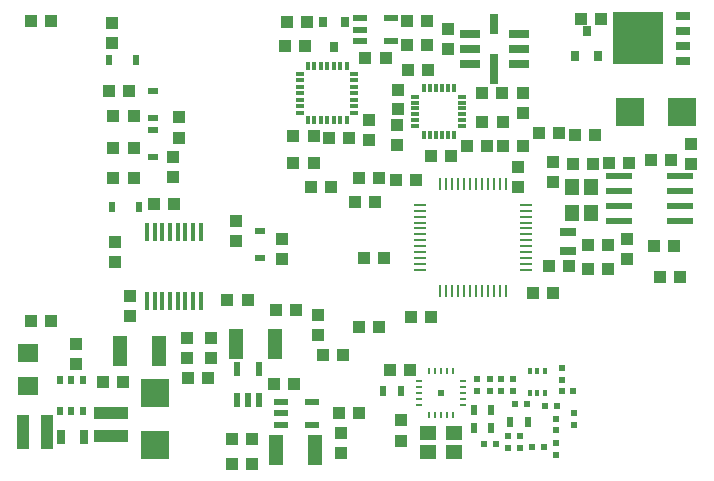
<source format=gbr>
G04 This is an RS-274x file exported by *
G04 gerbv version 2.4.0 *
G04 More information is available about gerbv at *
G04 http://gerbv.gpleda.org/ *
G04 --End of header info--*
%MOIN*%
%FSLAX23Y23*%
%IPPOS*%
G04 --Define apertures--*
%ADD10C,0.0000*%
%ADD11R,0.0394X0.0433*%
%ADD12R,0.0433X0.0394*%
%ADD13R,0.0197X0.0197*%
%ADD14R,0.0190X0.0080*%
%ADD15R,0.0080X0.0190*%
%ADD16R,0.0236X0.0354*%
%ADD17R,0.0236X0.0197*%
%ADD18R,0.0197X0.0236*%
%ADD19R,0.0394X0.1181*%
%ADD20R,0.1181X0.0394*%
%ADD21R,0.0201X0.0315*%
%ADD22R,0.0945X0.0945*%
%ADD23R,0.0394X0.0079*%
%ADD24R,0.0079X0.0394*%
%ADD25R,0.0472X0.0217*%
%ADD26R,0.0217X0.0472*%
%ADD27R,0.0472X0.0984*%
%ADD28R,0.0571X0.0315*%
%ADD29R,0.0327X0.0248*%
%ADD30R,0.0157X0.0630*%
%ADD31R,0.0248X0.0327*%
%ADD32R,0.0870X0.0240*%
%ADD33R,0.0118X0.0236*%
%ADD34R,0.0551X0.0472*%
%ADD35R,0.0709X0.0630*%
%ADD36R,0.0472X0.0551*%
%ADD37R,0.0315X0.0354*%
%ADD38R,0.0657X0.0315*%
%ADD39R,0.0315X0.0984*%
%ADD40R,0.0315X0.0657*%
%ADD41R,0.0315X0.0118*%
%ADD42R,0.0118X0.0315*%
%ADD43R,0.0276X0.0138*%
%ADD44R,0.0138X0.0276*%
%ADD45R,0.1654X0.1772*%
%ADD46R,0.0512X0.0276*%
%ADD47R,0.0276X0.0512*%
G04 --Start main section--*
G54D11*
G01X02335Y00759D03*
G01X02335Y00826D03*
G01X02086Y01017D03*
G01X02086Y01084D03*
G01X01972Y01067D03*
G01X01972Y01000D03*
G01X01986Y01248D03*
G01X01986Y01315D03*
G01X01736Y01460D03*
G01X01736Y01527D03*
G01X01569Y01325D03*
G01X01569Y01259D03*
G01X01567Y01207D03*
G01X01567Y01140D03*
G01X01474Y01157D03*
G01X01474Y01224D03*
G01X01185Y00826D03*
G01X01185Y00760D03*
G01X01029Y00819D03*
G01X01029Y00886D03*
G01X00819Y01033D03*
G01X00819Y01100D03*
G01X00842Y01165D03*
G01X00842Y01232D03*
G01X00616Y01480D03*
G01X00616Y01547D03*
G01X00628Y00817D03*
G01X00628Y00750D03*
G01X00677Y00636D03*
G01X00677Y00569D03*
G01X00496Y00476D03*
G01X00496Y00409D03*
G01X00866Y00431D03*
G01X00866Y00498D03*
G01X00947Y00498D03*
G01X00947Y00431D03*
G01X01303Y00507D03*
G01X01303Y00575D03*
G01X01582Y00222D03*
G01X01582Y00155D03*
G01X01380Y00179D03*
G01X01380Y00112D03*
G01X02547Y01076D03*
G01X02547Y01143D03*
G54D12*
G01X02481Y01090D03*
G01X02414Y01090D03*
G01X02340Y01080D03*
G01X02273Y01080D03*
G01X02222Y01078D03*
G01X02155Y01078D03*
G01X02161Y01173D03*
G01X02106Y01181D03*
G01X02039Y01181D03*
G01X01986Y01136D03*
G01X01919Y01136D03*
G01X01866Y01136D03*
G01X01799Y01136D03*
G01X01748Y01104D03*
G01X01681Y01104D03*
G01X01630Y01023D03*
G01X01563Y01023D03*
G01X01506Y01031D03*
G01X01439Y01031D03*
G01X01348Y01000D03*
G01X01281Y01000D03*
G01X01289Y01080D03*
G01X01222Y01080D03*
G01X01222Y01169D03*
G01X01289Y01169D03*
G01X01341Y01165D03*
G01X01408Y01165D03*
G01X01427Y00950D03*
G01X01494Y00950D03*
G01X01523Y00762D03*
G01X01457Y00762D03*
G01X01614Y00567D03*
G01X01681Y00567D03*
G01X01506Y00533D03*
G01X01439Y00533D03*
G01X01386Y00441D03*
G01X01319Y00441D03*
G01X01224Y00344D03*
G01X01157Y00344D03*
G01X01084Y00159D03*
G01X01018Y00159D03*
G01X01018Y00078D03*
G01X01084Y00078D03*
G01X01374Y00246D03*
G01X01441Y00246D03*
G01X01543Y00391D03*
G01X01610Y00391D03*
G01X01230Y00590D03*
G01X01163Y00590D03*
G01X01069Y00624D03*
G01X01002Y00624D03*
G01X00937Y00364D03*
G01X00870Y00364D03*
G01X00653Y00350D03*
G01X00586Y00350D03*
G01X00413Y00555D03*
G01X00346Y00555D03*
G01X00758Y00943D03*
G01X00825Y00943D03*
G01X00689Y01031D03*
G01X00622Y01031D03*
G01X00622Y01130D03*
G01X00689Y01130D03*
G01X00689Y01238D03*
G01X00622Y01238D03*
G01X00608Y01321D03*
G01X00675Y01321D03*
G01X00415Y01555D03*
G01X00348Y01555D03*
G01X01195Y01470D03*
G01X01262Y01470D03*
G01X01268Y01551D03*
G01X01201Y01551D03*
G01X01462Y01429D03*
G01X01529Y01429D03*
G01X01600Y01472D03*
G01X01667Y01472D03*
G01X01667Y01553D03*
G01X01600Y01553D03*
G01X01604Y01391D03*
G01X01671Y01391D03*
G01X01850Y01313D03*
G01X01917Y01313D03*
G01X01919Y01218D03*
G01X01852Y01218D03*
G01X02228Y01173D03*
G01X02203Y00807D03*
G01X02269Y00807D03*
G01X02269Y00726D03*
G01X02203Y00726D03*
G01X02140Y00738D03*
G01X02073Y00738D03*
G01X02088Y00647D03*
G01X02021Y00647D03*
G01X02443Y00700D03*
G01X02510Y00700D03*
G01X02492Y00803D03*
G01X02425Y00803D03*
G01X02246Y01561D03*
G01X02179Y01561D03*
G54D13*
G01X01714Y00313D03*
G54D14*
G01X01787Y00313D03*
G01X01787Y00293D03*
G01X01787Y00273D03*
G01X01787Y00332D03*
G01X01787Y00352D03*
G01X01641Y00352D03*
G01X01641Y00332D03*
G01X01641Y00313D03*
G01X01641Y00293D03*
G01X01641Y00273D03*
G54D15*
G01X01675Y00240D03*
G01X01695Y00240D03*
G01X01714Y00240D03*
G01X01734Y00240D03*
G01X01754Y00240D03*
G01X01754Y00386D03*
G01X01734Y00386D03*
G01X01714Y00386D03*
G01X01695Y00386D03*
G01X01675Y00386D03*
G54D16*
G01X01581Y00321D03*
G01X01521Y00321D03*
G01X01823Y00258D03*
G01X01882Y00258D03*
G01X01945Y00218D03*
G01X02004Y00218D03*
G01X01882Y00197D03*
G01X01823Y00197D03*
G54D17*
G01X01937Y00169D03*
G01X01937Y00130D03*
G01X01978Y00130D03*
G01X01978Y00169D03*
G01X02096Y00189D03*
G01X02096Y00228D03*
G01X02157Y00208D03*
G01X02157Y00248D03*
G01X02118Y00358D03*
G01X02118Y00397D03*
G01X01876Y00360D03*
G01X01876Y00321D03*
G01X01834Y00321D03*
G01X01834Y00360D03*
G01X02096Y00147D03*
G01X02096Y00108D03*
G54D18*
G01X02057Y00134D03*
G01X02018Y00134D03*
G01X01897Y00143D03*
G01X01858Y00143D03*
G01X01962Y00277D03*
G01X02002Y00277D03*
G01X02061Y00269D03*
G01X02100Y00269D03*
G01X02116Y00319D03*
G01X02155Y00319D03*
G01X01955Y00319D03*
G01X01915Y00319D03*
G01X01915Y00360D03*
G01X01955Y00360D03*
G54D19*
G01X00399Y00183D03*
G01X00321Y00183D03*
G54D20*
G01X00614Y00169D03*
G01X00614Y00248D03*
G54D21*
G01X00520Y00254D03*
G01X00482Y00254D03*
G01X00445Y00254D03*
G01X00445Y00356D03*
G01X00482Y00356D03*
G01X00520Y00356D03*
G54D22*
G01X00760Y00315D03*
G01X00760Y00141D03*
G01X02344Y01250D03*
G01X02518Y01250D03*
G54D23*
G01X01998Y00941D03*
G01X01998Y00921D03*
G01X01998Y00901D03*
G01X01998Y00881D03*
G01X01998Y00862D03*
G01X01998Y00842D03*
G01X01998Y00822D03*
G01X01998Y00803D03*
G01X01998Y00783D03*
G01X01998Y00763D03*
G01X01998Y00744D03*
G01X01998Y00724D03*
G01X01643Y00724D03*
G01X01643Y00744D03*
G01X01643Y00763D03*
G01X01643Y00783D03*
G01X01643Y00803D03*
G01X01643Y00822D03*
G01X01643Y00842D03*
G01X01643Y00862D03*
G01X01643Y00881D03*
G01X01643Y00901D03*
G01X01643Y00921D03*
G01X01643Y00941D03*
G54D24*
G01X01712Y01009D03*
G01X01732Y01009D03*
G01X01752Y01009D03*
G01X01771Y01009D03*
G01X01791Y01009D03*
G01X01811Y01009D03*
G01X01830Y01009D03*
G01X01850Y01009D03*
G01X01870Y01009D03*
G01X01889Y01009D03*
G01X01909Y01009D03*
G01X01929Y01009D03*
G01X01929Y00655D03*
G01X01909Y00655D03*
G01X01889Y00655D03*
G01X01870Y00655D03*
G01X01850Y00655D03*
G01X01830Y00655D03*
G01X01811Y00655D03*
G01X01791Y00655D03*
G01X01771Y00655D03*
G01X01752Y00655D03*
G01X01732Y00655D03*
G01X01712Y00655D03*
G54D25*
G01X01283Y00283D03*
G01X01283Y00208D03*
G01X01181Y00208D03*
G01X01181Y00246D03*
G01X01181Y00283D03*
G01X01445Y01488D03*
G01X01445Y01525D03*
G01X01445Y01563D03*
G01X01547Y01563D03*
G01X01547Y01488D03*
G54D26*
G01X01108Y00393D03*
G01X01033Y00393D03*
G01X01033Y00291D03*
G01X01071Y00291D03*
G01X01108Y00291D03*
G54D27*
G01X01165Y00122D03*
G01X01295Y00122D03*
G01X01161Y00478D03*
G01X01031Y00478D03*
G01X00773Y00452D03*
G01X00644Y00452D03*
G54D28*
G01X02138Y00787D03*
G01X02138Y00850D03*
G54D29*
G01X01110Y00854D03*
G01X01110Y00763D03*
G01X00754Y01100D03*
G01X00754Y01191D03*
G01X00754Y01230D03*
G01X00754Y01321D03*
G54D30*
G01X00759Y00851D03*
G01X00785Y00851D03*
G01X00810Y00851D03*
G01X00836Y00851D03*
G01X00862Y00851D03*
G01X00887Y00851D03*
G01X00913Y00851D03*
G01X00734Y00851D03*
G01X00734Y00619D03*
G01X00759Y00619D03*
G01X00785Y00619D03*
G01X00810Y00619D03*
G01X00836Y00619D03*
G01X00862Y00619D03*
G01X00887Y00619D03*
G01X00913Y00619D03*
G54D31*
G01X00707Y00933D03*
G01X00616Y00933D03*
G01X00606Y01423D03*
G01X00697Y01423D03*
G54D32*
G01X02306Y01037D03*
G01X02306Y00987D03*
G01X02306Y00937D03*
G01X02306Y00887D03*
G01X02512Y00887D03*
G01X02512Y00937D03*
G01X02512Y00987D03*
G01X02512Y01037D03*
G54D33*
G01X02061Y00387D03*
G01X02035Y00387D03*
G01X02010Y00387D03*
G01X02010Y00313D03*
G01X02035Y00313D03*
G01X02061Y00313D03*
G54D34*
G01X01758Y00181D03*
G01X01758Y00118D03*
G01X01671Y00118D03*
G01X01671Y00181D03*
G54D35*
G01X00336Y00336D03*
G01X00336Y00447D03*
G54D36*
G01X02151Y00913D03*
G01X02214Y00913D03*
G01X02214Y01000D03*
G01X02151Y01000D03*
G54D37*
G01X02161Y01437D03*
G01X02236Y01437D03*
G01X02199Y01519D03*
G01X01395Y01549D03*
G01X01321Y01549D03*
G01X01358Y01466D03*
G54D38*
G01X01810Y01460D03*
G01X01810Y01510D03*
G01X01810Y01410D03*
G01X01973Y01410D03*
G01X01973Y01460D03*
G01X01973Y01510D03*
G54D39*
G01X01892Y01395D03*
G54D40*
G01X01892Y01542D03*
G54D41*
G01X01785Y01301D03*
G01X01785Y01281D03*
G01X01785Y01262D03*
G01X01785Y01242D03*
G01X01785Y01222D03*
G01X01785Y01202D03*
G01X01628Y01202D03*
G01X01628Y01222D03*
G01X01628Y01242D03*
G01X01628Y01262D03*
G01X01628Y01281D03*
G01X01628Y01301D03*
G54D42*
G01X01657Y01330D03*
G01X01677Y01330D03*
G01X01697Y01330D03*
G01X01716Y01330D03*
G01X01736Y01330D03*
G01X01756Y01330D03*
G01X01756Y01173D03*
G01X01736Y01173D03*
G01X01716Y01173D03*
G01X01697Y01173D03*
G01X01677Y01173D03*
G01X01657Y01173D03*
G54D43*
G01X01425Y01248D03*
G01X01425Y01269D03*
G01X01425Y01291D03*
G01X01425Y01313D03*
G01X01425Y01334D03*
G01X01425Y01356D03*
G01X01425Y01378D03*
G01X01244Y01378D03*
G01X01244Y01356D03*
G01X01244Y01334D03*
G01X01244Y01313D03*
G01X01244Y01291D03*
G01X01244Y01269D03*
G01X01244Y01248D03*
G54D44*
G01X01269Y01222D03*
G01X01291Y01222D03*
G01X01313Y01222D03*
G01X01334Y01222D03*
G01X01356Y01222D03*
G01X01378Y01222D03*
G01X01399Y01222D03*
G01X01399Y01403D03*
G01X01378Y01403D03*
G01X01356Y01403D03*
G01X01334Y01403D03*
G01X01313Y01403D03*
G01X01291Y01403D03*
G01X01269Y01403D03*
G54D45*
G01X02369Y01496D03*
G54D46*
G01X02519Y01471D03*
G01X02519Y01421D03*
G01X02519Y01521D03*
G01X02519Y01571D03*
G54D47*
G01X00524Y00167D03*
G01X00448Y00167D03*
M02*

</source>
